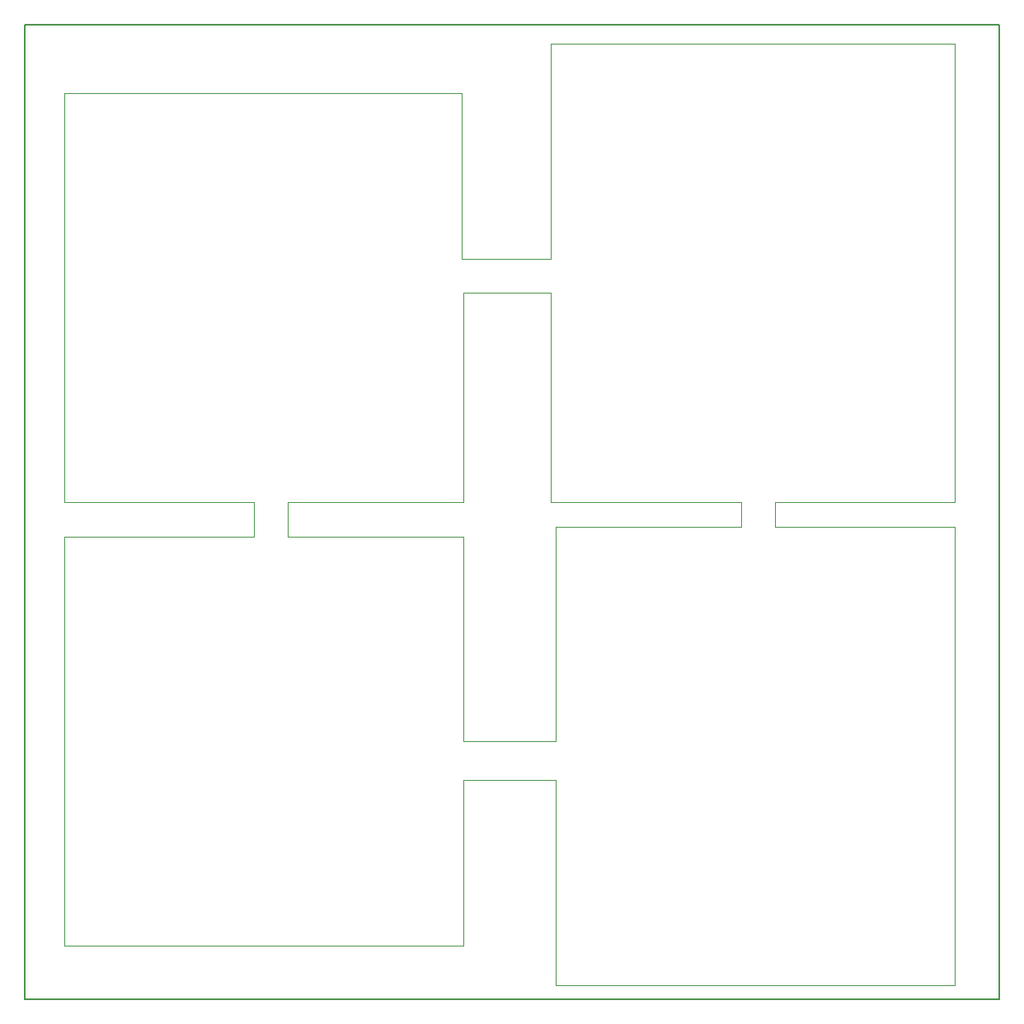
<source format=gm1>
G04 #@! TF.FileFunction,Profile,NP*
%FSLAX46Y46*%
G04 Gerber Fmt 4.6, Leading zero omitted, Abs format (unit mm)*
G04 Created by KiCad (PCBNEW 4.0.6-e0-6349~53~ubuntu14.04.1) date Mon Apr 10 17:45:15 2017*
%MOMM*%
%LPD*%
G01*
G04 APERTURE LIST*
%ADD10C,0.100000*%
%ADD11C,0.150000*%
G04 APERTURE END LIST*
D10*
X154000000Y-51900000D02*
X154500000Y-51900000D01*
X154000000Y-74000000D02*
X154000000Y-51900000D01*
X144800000Y-74000000D02*
X154000000Y-74000000D01*
X144800000Y-57000000D02*
X144800000Y-74000000D01*
X144700000Y-57000000D02*
X144800000Y-57000000D01*
X177000000Y-99000000D02*
X195500000Y-99000000D01*
X177000000Y-101500000D02*
X195500000Y-101500000D01*
X177000000Y-99000000D02*
X177000000Y-101500000D01*
X154500000Y-148600000D02*
X154500000Y-148010000D01*
X154500000Y-127500000D02*
X154500000Y-148000000D01*
X145000000Y-127500000D02*
X154500000Y-127500000D01*
X145000000Y-144500000D02*
X145000000Y-127500000D01*
X144500000Y-144500000D02*
X145000000Y-144500000D01*
X145000000Y-99000000D02*
X127000000Y-99000000D01*
X145000000Y-77500000D02*
X145000000Y-99000000D01*
X154000000Y-77500000D02*
X145000000Y-77500000D01*
X154000000Y-99000000D02*
X154000000Y-77500000D01*
X173500000Y-99000000D02*
X154000000Y-99000000D01*
X173500000Y-101500000D02*
X173500000Y-99000000D01*
X154500000Y-101500000D02*
X173500000Y-101500000D01*
X154500000Y-123500000D02*
X154500000Y-101500000D01*
X145000000Y-123500000D02*
X154500000Y-123500000D01*
X145000000Y-102500000D02*
X145000000Y-123500000D01*
X127000000Y-102500000D02*
X145000000Y-102500000D01*
X127000000Y-99000000D02*
X127000000Y-102500000D01*
X123500000Y-102500000D02*
X104000000Y-102500000D01*
X123500000Y-99000000D02*
X123500000Y-102500000D01*
X104000000Y-99000000D02*
X123500000Y-99000000D01*
D11*
X100000000Y-150000000D02*
X100000000Y-50000000D01*
X200000000Y-150000000D02*
X100000000Y-150000000D01*
X200000000Y-50000000D02*
X200000000Y-150000000D01*
X100000000Y-50000000D02*
X200000000Y-50000000D01*
D10*
X144000000Y-57000000D02*
X104000000Y-57000000D01*
X144000000Y-57000000D02*
X144750000Y-57000000D01*
X144750000Y-57000000D02*
X144750000Y-57000000D01*
X144750000Y-57000000D02*
X144750000Y-57000000D01*
X104000000Y-59000000D02*
X104000000Y-59000000D01*
X104000000Y-57000000D02*
X104000000Y-59000000D01*
X104000000Y-99000000D02*
X104000000Y-99000000D01*
X104000000Y-99000000D02*
X104000000Y-59000000D01*
X144000000Y-144500000D02*
X144750000Y-144500000D01*
X104000000Y-104500000D02*
X104000000Y-104500000D01*
X104000000Y-102500000D02*
X104000000Y-104500000D01*
X104000000Y-144500000D02*
X104000000Y-144500000D01*
X144000000Y-144500000D02*
X104000000Y-144500000D01*
X104000000Y-144500000D02*
X104000000Y-104500000D01*
X195500000Y-51900000D02*
X195500000Y-99000000D01*
X154500000Y-51900000D02*
X195500000Y-51900000D01*
X195500000Y-101500000D02*
X195500000Y-148600000D01*
X195500000Y-148600000D02*
X154500000Y-148600000D01*
M02*

</source>
